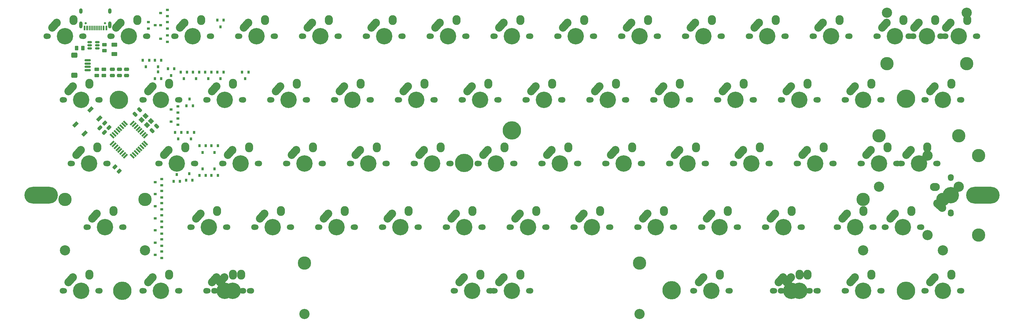
<source format=gbr>
G04 #@! TF.GenerationSoftware,KiCad,Pcbnew,(6.0.4)*
G04 #@! TF.CreationDate,2022-03-30T13:56:44+02:00*
G04 #@! TF.ProjectId,pcb,7063622e-6b69-4636-9164-5f7063625858,rev?*
G04 #@! TF.SameCoordinates,Original*
G04 #@! TF.FileFunction,Soldermask,Bot*
G04 #@! TF.FilePolarity,Negative*
%FSLAX46Y46*%
G04 Gerber Fmt 4.6, Leading zero omitted, Abs format (unit mm)*
G04 Created by KiCad (PCBNEW (6.0.4)) date 2022-03-30 13:56:44*
%MOMM*%
%LPD*%
G01*
G04 APERTURE LIST*
G04 Aperture macros list*
%AMRoundRect*
0 Rectangle with rounded corners*
0 $1 Rounding radius*
0 $2 $3 $4 $5 $6 $7 $8 $9 X,Y pos of 4 corners*
0 Add a 4 corners polygon primitive as box body*
4,1,4,$2,$3,$4,$5,$6,$7,$8,$9,$2,$3,0*
0 Add four circle primitives for the rounded corners*
1,1,$1+$1,$2,$3*
1,1,$1+$1,$4,$5*
1,1,$1+$1,$6,$7*
1,1,$1+$1,$8,$9*
0 Add four rect primitives between the rounded corners*
20,1,$1+$1,$2,$3,$4,$5,0*
20,1,$1+$1,$4,$5,$6,$7,0*
20,1,$1+$1,$6,$7,$8,$9,0*
20,1,$1+$1,$8,$9,$2,$3,0*%
%AMHorizOval*
0 Thick line with rounded ends*
0 $1 width*
0 $2 $3 position (X,Y) of the first rounded end (center of the circle)*
0 $4 $5 position (X,Y) of the second rounded end (center of the circle)*
0 Add line between two ends*
20,1,$1,$2,$3,$4,$5,0*
0 Add two circle primitives to create the rounded ends*
1,1,$1,$2,$3*
1,1,$1,$4,$5*%
%AMRotRect*
0 Rectangle, with rotation*
0 The origin of the aperture is its center*
0 $1 length*
0 $2 width*
0 $3 Rotation angle, in degrees counterclockwise*
0 Add horizontal line*
21,1,$1,$2,0,0,$3*%
G04 Aperture macros list end*
%ADD10O,10.000000X5.000000*%
%ADD11C,5.500000*%
%ADD12C,1.700000*%
%ADD13C,1.800000*%
%ADD14C,4.900000*%
%ADD15C,2.400000*%
%ADD16HorizOval,2.400000X-0.669131X-0.743145X0.669131X0.743145X0*%
%ADD17O,2.400000X2.950000*%
%ADD18C,3.048000*%
%ADD19C,3.987800*%
%ADD20HorizOval,2.400000X-0.743145X0.669131X0.743145X-0.669131X0*%
%ADD21O,2.950000X2.400000*%
%ADD22R,0.800000X0.900000*%
%ADD23R,0.900000X0.800000*%
%ADD24RoundRect,0.250000X0.475000X-0.250000X0.475000X0.250000X-0.475000X0.250000X-0.475000X-0.250000X0*%
%ADD25RoundRect,0.250000X0.159099X-0.512652X0.512652X-0.159099X-0.159099X0.512652X-0.512652X0.159099X0*%
%ADD26RoundRect,0.250000X0.503814X0.132583X0.132583X0.503814X-0.503814X-0.132583X-0.132583X-0.503814X0*%
%ADD27RoundRect,0.250000X0.262500X0.450000X-0.262500X0.450000X-0.262500X-0.450000X0.262500X-0.450000X0*%
%ADD28RoundRect,0.250000X-0.450000X0.262500X-0.450000X-0.262500X0.450000X-0.262500X0.450000X0.262500X0*%
%ADD29RoundRect,0.250000X0.512652X0.159099X0.159099X0.512652X-0.512652X-0.159099X-0.159099X-0.512652X0*%
%ADD30RotRect,1.600000X0.550000X225.000000*%
%ADD31RotRect,1.600000X0.550000X135.000000*%
%ADD32RotRect,1.400000X1.200000X315.000000*%
%ADD33RoundRect,0.150000X0.775000X-0.150000X0.775000X0.150000X-0.775000X0.150000X-0.775000X-0.150000X0*%
%ADD34RoundRect,0.332800X0.567200X-0.467200X0.567200X0.467200X-0.567200X0.467200X-0.567200X-0.467200X0*%
%ADD35RoundRect,0.150000X0.512500X0.150000X-0.512500X0.150000X-0.512500X-0.150000X0.512500X-0.150000X0*%
%ADD36RoundRect,0.250000X-0.625000X0.375000X-0.625000X-0.375000X0.625000X-0.375000X0.625000X0.375000X0*%
%ADD37C,0.650000*%
%ADD38R,0.600000X1.450000*%
%ADD39R,0.300000X1.450000*%
%ADD40O,1.000000X2.100000*%
%ADD41O,1.000000X1.600000*%
%ADD42RotRect,1.700000X1.000000X225.000000*%
%ADD43RoundRect,0.250000X-0.159099X0.512652X-0.512652X0.159099X0.159099X-0.512652X0.512652X-0.159099X0*%
G04 APERTURE END LIST*
D10*
X2381252Y-57125000D03*
X283368988Y-57125000D03*
D11*
X26625000Y-85725072D03*
X142875000Y-37750000D03*
X260430000Y-85725072D03*
X260425000Y-28227050D03*
X25600000Y-28575024D03*
X128587608Y-47425040D03*
X190500160Y-85525000D03*
D12*
X128270000Y-28575000D03*
D13*
X138850000Y-28575000D03*
D12*
X138430000Y-28575000D03*
D13*
X127850000Y-28575000D03*
D14*
X133350000Y-28575000D03*
D15*
X130850000Y-24575000D03*
D16*
X130219131Y-25281855D03*
D17*
X135850000Y-23775000D03*
D12*
X147955000Y-9525000D03*
D13*
X137375000Y-9525000D03*
D12*
X137795000Y-9525000D03*
D13*
X148375000Y-9525000D03*
D14*
X142875000Y-9525000D03*
D15*
X140375000Y-5525000D03*
D16*
X139744131Y-6231855D03*
D17*
X145375000Y-4725000D03*
D18*
X266858750Y-69056250D03*
X266858750Y-45243750D03*
D19*
X282098750Y-45243750D03*
X282098750Y-69056250D03*
D14*
X61912500Y-47625000D03*
D13*
X56412500Y-47625000D03*
D12*
X56832500Y-47625000D03*
X66992500Y-47625000D03*
D13*
X67412500Y-47625000D03*
D15*
X59412500Y-43625000D03*
D16*
X58781631Y-44331855D03*
D17*
X64412500Y-42825000D03*
D13*
X220718750Y-85725000D03*
D12*
X221138750Y-85725000D03*
X231298750Y-85725000D03*
D14*
X226218750Y-85725000D03*
D13*
X231718750Y-85725000D03*
D16*
X223087881Y-82431855D03*
D15*
X223718750Y-81725000D03*
D17*
X228718750Y-80925000D03*
D12*
X209232500Y-47625000D03*
X219392500Y-47625000D03*
D13*
X219812500Y-47625000D03*
D14*
X214312500Y-47625000D03*
D13*
X208812500Y-47625000D03*
D15*
X211812500Y-43625000D03*
D16*
X211181631Y-44331855D03*
D17*
X216812500Y-42825000D03*
D12*
X16351250Y-66675000D03*
D13*
X15931250Y-66675000D03*
D14*
X21431250Y-66675000D03*
D12*
X26511250Y-66675000D03*
D13*
X26931250Y-66675000D03*
D16*
X18300381Y-63381855D03*
D15*
X18931250Y-62675000D03*
D17*
X23931250Y-61875000D03*
D13*
X242150000Y-85725000D03*
D12*
X252730000Y-85725000D03*
X242570000Y-85725000D03*
D14*
X247650000Y-85725000D03*
D13*
X253150000Y-85725000D03*
D15*
X245150000Y-81725000D03*
D16*
X244519131Y-82431855D03*
D17*
X250150000Y-80925000D03*
D14*
X233362500Y-47625000D03*
D13*
X227862500Y-47625000D03*
D12*
X238442500Y-47625000D03*
X228282500Y-47625000D03*
D13*
X238862500Y-47625000D03*
D16*
X230231631Y-44331855D03*
D15*
X230862500Y-43625000D03*
D17*
X235862500Y-42825000D03*
D13*
X180237500Y-66675000D03*
D14*
X185737500Y-66675000D03*
D13*
X191237500Y-66675000D03*
D12*
X180657500Y-66675000D03*
X190817500Y-66675000D03*
D16*
X182606631Y-63381855D03*
D15*
X183237500Y-62675000D03*
D17*
X188237500Y-61875000D03*
D13*
X246912500Y-47625000D03*
X257912500Y-47625000D03*
D14*
X252412500Y-47625000D03*
D12*
X257492500Y-47625000D03*
X247332500Y-47625000D03*
D16*
X249281631Y-44331855D03*
D15*
X249912500Y-43625000D03*
D17*
X254912500Y-42825000D03*
D12*
X104457500Y-66675000D03*
D13*
X104037500Y-66675000D03*
D12*
X114617500Y-66675000D03*
D14*
X109537500Y-66675000D03*
D13*
X115037500Y-66675000D03*
D15*
X107037500Y-62675000D03*
D16*
X106406631Y-63381855D03*
D17*
X112037500Y-61875000D03*
D18*
X254793750Y-2540000D03*
X278606250Y-2540000D03*
D19*
X278606250Y-17780000D03*
X254793750Y-17780000D03*
D12*
X190182500Y-47625000D03*
D13*
X189762500Y-47625000D03*
D14*
X195262500Y-47625000D03*
D13*
X200762500Y-47625000D03*
D12*
X200342500Y-47625000D03*
D15*
X192762500Y-43625000D03*
D16*
X192131631Y-44331855D03*
D17*
X197762500Y-42825000D03*
D13*
X270725000Y-9525000D03*
X281725000Y-9525000D03*
D12*
X271145000Y-9525000D03*
D14*
X276225000Y-9525000D03*
D12*
X281305000Y-9525000D03*
D15*
X273725000Y-5525000D03*
D16*
X273094131Y-6231855D03*
D17*
X278725000Y-4725000D03*
D12*
X252730000Y-28575000D03*
D13*
X253150000Y-28575000D03*
D14*
X247650000Y-28575000D03*
D13*
X242150000Y-28575000D03*
D12*
X242570000Y-28575000D03*
D16*
X244519131Y-25281855D03*
D15*
X245150000Y-24575000D03*
D17*
X250150000Y-23775000D03*
D13*
X123087500Y-66675000D03*
D14*
X128587500Y-66675000D03*
D12*
X133667500Y-66675000D03*
D13*
X134087500Y-66675000D03*
D12*
X123507500Y-66675000D03*
D15*
X126087500Y-62675000D03*
D16*
X125456631Y-63381855D03*
D17*
X131087500Y-61875000D03*
D12*
X233680000Y-85725000D03*
D13*
X223100000Y-85725000D03*
X234100000Y-85725000D03*
D12*
X223520000Y-85725000D03*
D14*
X228600000Y-85725000D03*
D16*
X225469131Y-82431855D03*
D15*
X226100000Y-81725000D03*
D17*
X231100000Y-80925000D03*
D13*
X113562500Y-47625000D03*
D12*
X124142500Y-47625000D03*
D14*
X119062500Y-47625000D03*
D13*
X124562500Y-47625000D03*
D12*
X113982500Y-47625000D03*
D15*
X116562500Y-43625000D03*
D16*
X115931631Y-44331855D03*
D17*
X121562500Y-42825000D03*
D13*
X213575000Y-9525000D03*
D12*
X213995000Y-9525000D03*
X224155000Y-9525000D03*
D14*
X219075000Y-9525000D03*
D13*
X224575000Y-9525000D03*
D15*
X216575000Y-5525000D03*
D16*
X215944131Y-6231855D03*
D17*
X221575000Y-4725000D03*
D13*
X11168750Y-47625000D03*
X22168750Y-47625000D03*
D14*
X16668750Y-47625000D03*
D12*
X21748750Y-47625000D03*
X11588750Y-47625000D03*
D15*
X14168750Y-43625000D03*
D16*
X13537881Y-44331855D03*
D17*
X19168750Y-42825000D03*
D12*
X66357500Y-66675000D03*
D14*
X71437500Y-66675000D03*
D12*
X76517500Y-66675000D03*
D13*
X65937500Y-66675000D03*
X76937500Y-66675000D03*
D15*
X68937500Y-62675000D03*
D16*
X68306631Y-63381855D03*
D17*
X73937500Y-61875000D03*
D13*
X151662500Y-47625000D03*
D12*
X152082500Y-47625000D03*
D13*
X162662500Y-47625000D03*
D14*
X157162500Y-47625000D03*
D12*
X162242500Y-47625000D03*
D15*
X154662500Y-43625000D03*
D16*
X154031631Y-44331855D03*
D17*
X159662500Y-42825000D03*
D14*
X245268750Y-66675000D03*
D13*
X239768750Y-66675000D03*
D12*
X250348750Y-66675000D03*
X240188750Y-66675000D03*
D13*
X250768750Y-66675000D03*
D15*
X242768750Y-62675000D03*
D16*
X242137881Y-63381855D03*
D17*
X247768750Y-61875000D03*
D12*
X81280000Y-28575000D03*
D14*
X76200000Y-28575000D03*
D13*
X81700000Y-28575000D03*
D12*
X71120000Y-28575000D03*
D13*
X70700000Y-28575000D03*
D16*
X73069131Y-25281855D03*
D15*
X73700000Y-24575000D03*
D17*
X78700000Y-23775000D03*
D14*
X271462500Y-85725000D03*
D12*
X276542500Y-85725000D03*
X266382500Y-85725000D03*
D13*
X276962500Y-85725000D03*
X265962500Y-85725000D03*
D16*
X268331631Y-82431855D03*
D15*
X268962500Y-81725000D03*
D17*
X273962500Y-80925000D03*
D14*
X259556250Y-66675000D03*
D13*
X254056250Y-66675000D03*
D12*
X264636250Y-66675000D03*
X254476250Y-66675000D03*
D13*
X265056250Y-66675000D03*
D15*
X257056250Y-62675000D03*
D16*
X256425381Y-63381855D03*
D17*
X262056250Y-61875000D03*
D13*
X276962500Y-28575000D03*
X265962500Y-28575000D03*
D12*
X266382500Y-28575000D03*
D14*
X271462500Y-28575000D03*
D12*
X276542500Y-28575000D03*
D16*
X268331631Y-25281855D03*
D15*
X268962500Y-24575000D03*
D17*
X273962500Y-23775000D03*
D13*
X234100000Y-28575000D03*
X223100000Y-28575000D03*
D12*
X223520000Y-28575000D03*
X233680000Y-28575000D03*
D14*
X228600000Y-28575000D03*
D16*
X225469131Y-25281855D03*
D15*
X226100000Y-24575000D03*
D17*
X231100000Y-23775000D03*
D19*
X252412500Y-39370000D03*
X276225000Y-39370000D03*
D18*
X276225000Y-54610000D03*
X252412500Y-54610000D03*
D13*
X23075000Y-9525000D03*
D14*
X28575000Y-9525000D03*
D12*
X33655000Y-9525000D03*
D13*
X34075000Y-9525000D03*
D12*
X23495000Y-9525000D03*
D15*
X26075000Y-5525000D03*
D16*
X25444131Y-6231855D03*
D17*
X31075000Y-4725000D03*
D14*
X204787500Y-66675000D03*
D13*
X210287500Y-66675000D03*
D12*
X209867500Y-66675000D03*
D13*
X199287500Y-66675000D03*
D12*
X199707500Y-66675000D03*
D15*
X202287500Y-62675000D03*
D16*
X201656631Y-63381855D03*
D17*
X207287500Y-61875000D03*
D13*
X258818750Y-47625000D03*
D12*
X259238750Y-47625000D03*
X269398750Y-47625000D03*
D13*
X269818750Y-47625000D03*
D14*
X264318750Y-47625000D03*
D15*
X261818750Y-43625000D03*
D16*
X261187881Y-44331855D03*
D17*
X266818750Y-42825000D03*
D13*
X89750000Y-28575000D03*
X100750000Y-28575000D03*
D12*
X90170000Y-28575000D03*
X100330000Y-28575000D03*
D14*
X95250000Y-28575000D03*
D15*
X92750000Y-24575000D03*
D16*
X92119131Y-25281855D03*
D17*
X97750000Y-23775000D03*
D13*
X125468750Y-85725000D03*
D12*
X125888750Y-85725000D03*
D14*
X130968750Y-85725000D03*
D13*
X136468750Y-85725000D03*
D12*
X136048750Y-85725000D03*
D16*
X127837881Y-82431855D03*
D15*
X128468750Y-81725000D03*
D17*
X133468750Y-80925000D03*
D13*
X51650000Y-28575000D03*
X62650000Y-28575000D03*
D12*
X52070000Y-28575000D03*
D14*
X57150000Y-28575000D03*
D12*
X62230000Y-28575000D03*
D16*
X54019131Y-25281855D03*
D15*
X54650000Y-24575000D03*
D17*
X59650000Y-23775000D03*
D14*
X100012500Y-47625000D03*
D12*
X94932500Y-47625000D03*
X105092500Y-47625000D03*
D13*
X94512500Y-47625000D03*
X105512500Y-47625000D03*
D15*
X97512500Y-43625000D03*
D16*
X96881631Y-44331855D03*
D17*
X102512500Y-42825000D03*
D13*
X181712500Y-47625000D03*
X170712500Y-47625000D03*
D14*
X176212500Y-47625000D03*
D12*
X171132500Y-47625000D03*
X181292500Y-47625000D03*
D16*
X173081631Y-44331855D03*
D15*
X173712500Y-43625000D03*
D17*
X178712500Y-42825000D03*
D12*
X142557500Y-66675000D03*
D13*
X142137500Y-66675000D03*
D12*
X152717500Y-66675000D03*
D13*
X153137500Y-66675000D03*
D14*
X147637500Y-66675000D03*
D16*
X144506631Y-63381855D03*
D15*
X145137500Y-62675000D03*
D17*
X150137500Y-61875000D03*
D12*
X90805000Y-9525000D03*
D13*
X80225000Y-9525000D03*
D12*
X80645000Y-9525000D03*
D14*
X85725000Y-9525000D03*
D13*
X91225000Y-9525000D03*
D15*
X83225000Y-5525000D03*
D16*
X82594131Y-6231855D03*
D17*
X88225000Y-4725000D03*
D12*
X133032500Y-47625000D03*
D13*
X143612500Y-47625000D03*
D14*
X138112500Y-47625000D03*
D12*
X143192500Y-47625000D03*
D13*
X132612500Y-47625000D03*
D16*
X134981631Y-44331855D03*
D15*
X135612500Y-43625000D03*
D17*
X140612500Y-42825000D03*
D12*
X171767500Y-66675000D03*
D13*
X172187500Y-66675000D03*
X161187500Y-66675000D03*
D14*
X166687500Y-66675000D03*
D12*
X161607500Y-66675000D03*
D16*
X163556631Y-63381855D03*
D15*
X164187500Y-62675000D03*
D17*
X169187500Y-61875000D03*
D12*
X195580000Y-28575000D03*
D13*
X196000000Y-28575000D03*
D12*
X185420000Y-28575000D03*
D13*
X185000000Y-28575000D03*
D14*
X190500000Y-28575000D03*
D16*
X187369131Y-25281855D03*
D15*
X188000000Y-24575000D03*
D17*
X193000000Y-23775000D03*
D12*
X37782500Y-47625000D03*
D13*
X48362500Y-47625000D03*
D14*
X42862500Y-47625000D03*
D12*
X47942500Y-47625000D03*
D13*
X37362500Y-47625000D03*
D16*
X39731631Y-44331855D03*
D15*
X40362500Y-43625000D03*
D17*
X45362500Y-42825000D03*
D13*
X75462500Y-47625000D03*
D14*
X80962500Y-47625000D03*
D12*
X75882500Y-47625000D03*
X86042500Y-47625000D03*
D13*
X86462500Y-47625000D03*
D15*
X78462500Y-43625000D03*
D16*
X77831631Y-44331855D03*
D17*
X83462500Y-42825000D03*
D12*
X205105000Y-9525000D03*
X194945000Y-9525000D03*
D13*
X205525000Y-9525000D03*
X194525000Y-9525000D03*
D14*
X200025000Y-9525000D03*
D16*
X196894131Y-6231855D03*
D15*
X197525000Y-5525000D03*
D17*
X202525000Y-4725000D03*
D12*
X186055000Y-9525000D03*
D13*
X186475000Y-9525000D03*
X175475000Y-9525000D03*
D12*
X175895000Y-9525000D03*
D14*
X180975000Y-9525000D03*
D15*
X178475000Y-5525000D03*
D16*
X177844131Y-6231855D03*
D17*
X183475000Y-4725000D03*
D14*
X266700000Y-9525000D03*
D12*
X261620000Y-9525000D03*
D13*
X261200000Y-9525000D03*
X272200000Y-9525000D03*
D12*
X271780000Y-9525000D03*
D15*
X264200000Y-5525000D03*
D16*
X263569131Y-6231855D03*
D17*
X269200000Y-4725000D03*
D12*
X61595000Y-9525000D03*
D13*
X61175000Y-9525000D03*
D14*
X66675000Y-9525000D03*
D13*
X72175000Y-9525000D03*
D12*
X71755000Y-9525000D03*
D15*
X64175000Y-5525000D03*
D16*
X63544131Y-6231855D03*
D17*
X69175000Y-4725000D03*
D13*
X84987500Y-66675000D03*
D14*
X90487500Y-66675000D03*
D13*
X95987500Y-66675000D03*
D12*
X85407500Y-66675000D03*
X95567500Y-66675000D03*
D15*
X87987500Y-62675000D03*
D16*
X87356631Y-63381855D03*
D17*
X92987500Y-61875000D03*
D13*
X43600000Y-85725000D03*
X32600000Y-85725000D03*
D12*
X33020000Y-85725000D03*
X43180000Y-85725000D03*
D14*
X38100000Y-85725000D03*
D16*
X34969131Y-82431855D03*
D15*
X35600000Y-81725000D03*
D17*
X40600000Y-80925000D03*
D12*
X252095000Y-9525000D03*
D13*
X262675000Y-9525000D03*
D12*
X262255000Y-9525000D03*
D13*
X251675000Y-9525000D03*
D14*
X257175000Y-9525000D03*
D15*
X254675000Y-5525000D03*
D16*
X254044131Y-6231855D03*
D17*
X259675000Y-4725000D03*
D13*
X176950000Y-28575000D03*
D14*
X171450000Y-28575000D03*
D13*
X165950000Y-28575000D03*
D12*
X176530000Y-28575000D03*
X166370000Y-28575000D03*
D15*
X168950000Y-24575000D03*
D16*
X168319131Y-25281855D03*
D17*
X173950000Y-23775000D03*
D14*
X142875000Y-85725000D03*
D13*
X137375000Y-85725000D03*
D12*
X147955000Y-85725000D03*
X137795000Y-85725000D03*
D13*
X148375000Y-85725000D03*
D16*
X139744131Y-82431855D03*
D15*
X140375000Y-81725000D03*
D17*
X145375000Y-80925000D03*
D13*
X207906250Y-85725000D03*
X196906250Y-85725000D03*
D12*
X197326250Y-85725000D03*
X207486250Y-85725000D03*
D14*
X202406250Y-85725000D03*
D15*
X199906250Y-81725000D03*
D16*
X199275381Y-82431855D03*
D17*
X204906250Y-80925000D03*
D12*
X52070000Y-85725000D03*
D13*
X51650000Y-85725000D03*
X62650000Y-85725000D03*
D14*
X57150000Y-85725000D03*
D12*
X62230000Y-85725000D03*
D16*
X54019131Y-82431855D03*
D15*
X54650000Y-81725000D03*
D17*
X59650000Y-80925000D03*
D18*
X247650000Y-73660000D03*
D19*
X271462500Y-58420000D03*
X247650000Y-58420000D03*
D18*
X271462500Y-73660000D03*
D14*
X273843750Y-57150000D03*
D12*
X273843750Y-62230000D03*
X273843750Y-52070000D03*
D13*
X273843750Y-51650000D03*
X273843750Y-62650000D03*
D15*
X269843750Y-59650000D03*
D20*
X270550605Y-60280869D03*
D21*
X269043750Y-54650000D03*
D13*
X119800000Y-28575000D03*
D12*
X119380000Y-28575000D03*
X109220000Y-28575000D03*
D14*
X114300000Y-28575000D03*
D13*
X108800000Y-28575000D03*
D15*
X111800000Y-24575000D03*
D16*
X111169131Y-25281855D03*
D17*
X116800000Y-23775000D03*
D12*
X109855000Y-9525000D03*
X99695000Y-9525000D03*
D13*
X99275000Y-9525000D03*
D14*
X104775000Y-9525000D03*
D13*
X110275000Y-9525000D03*
D15*
X102275000Y-5525000D03*
D16*
X101644131Y-6231855D03*
D17*
X107275000Y-4725000D03*
D14*
X38100000Y-28575000D03*
D13*
X43600000Y-28575000D03*
D12*
X33020000Y-28575000D03*
D13*
X32600000Y-28575000D03*
D12*
X43180000Y-28575000D03*
D16*
X34969131Y-25281855D03*
D15*
X35600000Y-24575000D03*
D17*
X40600000Y-23775000D03*
D14*
X123825000Y-9525000D03*
D12*
X118745000Y-9525000D03*
D13*
X129325000Y-9525000D03*
X118325000Y-9525000D03*
D12*
X128905000Y-9525000D03*
D16*
X120694131Y-6231855D03*
D15*
X121325000Y-5525000D03*
D17*
X126325000Y-4725000D03*
D13*
X204050000Y-28575000D03*
D12*
X204470000Y-28575000D03*
D14*
X209550000Y-28575000D03*
D13*
X215050000Y-28575000D03*
D12*
X214630000Y-28575000D03*
D15*
X207050000Y-24575000D03*
D16*
X206419131Y-25281855D03*
D17*
X212050000Y-23775000D03*
D19*
X180975000Y-77470000D03*
D18*
X80962500Y-92710000D03*
X180975000Y-92710000D03*
D19*
X80962500Y-77470000D03*
D12*
X52705000Y-9525000D03*
D13*
X53125000Y-9525000D03*
D14*
X47625000Y-9525000D03*
D12*
X42545000Y-9525000D03*
D13*
X42125000Y-9525000D03*
D15*
X45125000Y-5525000D03*
D16*
X44494131Y-6231855D03*
D17*
X50125000Y-4725000D03*
D12*
X9207500Y-28575000D03*
X19367500Y-28575000D03*
D13*
X19787500Y-28575000D03*
X8787500Y-28575000D03*
D14*
X14287500Y-28575000D03*
D16*
X11156631Y-25281855D03*
D15*
X11787500Y-24575000D03*
D17*
X16787500Y-23775000D03*
D13*
X4025000Y-9525000D03*
D12*
X14605000Y-9525000D03*
D14*
X9525000Y-9525000D03*
D12*
X4445000Y-9525000D03*
D13*
X15025000Y-9525000D03*
D16*
X6394131Y-6231855D03*
D15*
X7025000Y-5525000D03*
D17*
X12025000Y-4725000D03*
D18*
X9525000Y-73660000D03*
D19*
X33337500Y-58420000D03*
X9525000Y-58420000D03*
D18*
X33337500Y-73660000D03*
D13*
X167425000Y-9525000D03*
D12*
X156845000Y-9525000D03*
D14*
X161925000Y-9525000D03*
D13*
X156425000Y-9525000D03*
D12*
X167005000Y-9525000D03*
D15*
X159425000Y-5525000D03*
D16*
X158794131Y-6231855D03*
D17*
X164425000Y-4725000D03*
D12*
X218757500Y-66675000D03*
X228917500Y-66675000D03*
D13*
X229337500Y-66675000D03*
X218337500Y-66675000D03*
D14*
X223837500Y-66675000D03*
D16*
X220706631Y-63381855D03*
D15*
X221337500Y-62675000D03*
D17*
X226337500Y-61875000D03*
D13*
X243625000Y-9525000D03*
X232625000Y-9525000D03*
D14*
X238125000Y-9525000D03*
D12*
X233045000Y-9525000D03*
X243205000Y-9525000D03*
D16*
X234994131Y-6231855D03*
D15*
X235625000Y-5525000D03*
D17*
X240625000Y-4725000D03*
D12*
X157480000Y-28575000D03*
X147320000Y-28575000D03*
D13*
X157900000Y-28575000D03*
X146900000Y-28575000D03*
D14*
X152400000Y-28575000D03*
D16*
X149269131Y-25281855D03*
D15*
X149900000Y-24575000D03*
D17*
X154900000Y-23775000D03*
D13*
X65031250Y-85725000D03*
D14*
X59531250Y-85725000D03*
D12*
X64611250Y-85725000D03*
D13*
X54031250Y-85725000D03*
D12*
X54451250Y-85725000D03*
D15*
X57031250Y-81725000D03*
D16*
X56400381Y-82431855D03*
D17*
X62031250Y-80925000D03*
D12*
X19367500Y-85725000D03*
X9207500Y-85725000D03*
D14*
X14287500Y-85725000D03*
D13*
X8787500Y-85725000D03*
X19787500Y-85725000D03*
D15*
X11787500Y-81725000D03*
D16*
X11156631Y-82431855D03*
D17*
X16787500Y-80925000D03*
D12*
X47307500Y-66675000D03*
D14*
X52387500Y-66675000D03*
D13*
X46887500Y-66675000D03*
X57887500Y-66675000D03*
D12*
X57467500Y-66675000D03*
D16*
X49256631Y-63381855D03*
D15*
X49887500Y-62675000D03*
D17*
X54887500Y-61875000D03*
D22*
X47550000Y-52650000D03*
X45650000Y-52650000D03*
X46600000Y-50650000D03*
D23*
X38400000Y-55850000D03*
X38400000Y-57750000D03*
X36400000Y-56800000D03*
D22*
X43800000Y-52950000D03*
X41900000Y-52950000D03*
X42850000Y-50950000D03*
D24*
X23650000Y-21300000D03*
X23650000Y-19400000D03*
D22*
X51300000Y-20250000D03*
X53200000Y-20250000D03*
X52250000Y-22250000D03*
D25*
X30428249Y-32921751D03*
X31771751Y-31578249D03*
D22*
X36300000Y-16700000D03*
X38200000Y-16700000D03*
X37250000Y-18700000D03*
D26*
X22645235Y-36845235D03*
X21354765Y-35554765D03*
D22*
X32700000Y-16700000D03*
X34600000Y-16700000D03*
X33650000Y-18700000D03*
D23*
X40050000Y-9300000D03*
X40050000Y-11200000D03*
X38050000Y-10250000D03*
X38400000Y-52250000D03*
X38400000Y-54150000D03*
X36400000Y-53200000D03*
D22*
X46100000Y-38300000D03*
X48000000Y-38300000D03*
X47050000Y-40300000D03*
X53200000Y-42300000D03*
X55100000Y-42300000D03*
X54150000Y-44300000D03*
D27*
X14812500Y-13050000D03*
X12987500Y-13050000D03*
D28*
X19000000Y-19437500D03*
X19000000Y-21262500D03*
D23*
X40050000Y-5300000D03*
X40050000Y-7200000D03*
X38050000Y-6250000D03*
D29*
X21221751Y-38321751D03*
X19878249Y-36978249D03*
D30*
X29600305Y-35496147D03*
X30165990Y-36061833D03*
X30731676Y-36627518D03*
X31297361Y-37193203D03*
X31863047Y-37758889D03*
X32428732Y-38324574D03*
X32994417Y-38890260D03*
X33560103Y-39455945D03*
D31*
X33560103Y-41506555D03*
X32994417Y-42072240D03*
X32428732Y-42637926D03*
X31863047Y-43203611D03*
X31297361Y-43769297D03*
X30731676Y-44334982D03*
X30165990Y-44900667D03*
X29600305Y-45466353D03*
D30*
X27549695Y-45466353D03*
X26984010Y-44900667D03*
X26418324Y-44334982D03*
X25852639Y-43769297D03*
X25286953Y-43203611D03*
X24721268Y-42637926D03*
X24155583Y-42072240D03*
X23589897Y-41506555D03*
D31*
X23589897Y-39455945D03*
X24155583Y-38890260D03*
X24721268Y-38324574D03*
X25286953Y-37758889D03*
X25852639Y-37193203D03*
X26418324Y-36627518D03*
X26984010Y-36061833D03*
X27549695Y-35496147D03*
D32*
X33573223Y-33371142D03*
X35128858Y-34926777D03*
X33926777Y-36128858D03*
X32371142Y-34573223D03*
D24*
X27850000Y-21300000D03*
X27850000Y-19400000D03*
D33*
X16300000Y-19700000D03*
X16300000Y-18700000D03*
X16300000Y-17700000D03*
X16300000Y-16700000D03*
D34*
X12275000Y-21200000D03*
X12275000Y-15200000D03*
D26*
X25645235Y-49895235D03*
X24354765Y-48604765D03*
D22*
X47650000Y-20250000D03*
X49550000Y-20250000D03*
X48600000Y-22250000D03*
D23*
X43200000Y-34150000D03*
X43200000Y-36050000D03*
X41200000Y-35100000D03*
D22*
X51500000Y-51200000D03*
X49600000Y-51200000D03*
X50550000Y-49200000D03*
D23*
X38400000Y-70350000D03*
X38400000Y-72250000D03*
X36400000Y-71300000D03*
X43200000Y-30500000D03*
X43200000Y-32400000D03*
X41200000Y-31450000D03*
D24*
X25750000Y-21300000D03*
X25750000Y-19400000D03*
D22*
X54950000Y-4700000D03*
X56850000Y-4700000D03*
X55900000Y-6700000D03*
X38200000Y-22200000D03*
X36300000Y-22200000D03*
X37250000Y-20200000D03*
D28*
X21300000Y-12037500D03*
X21300000Y-13862500D03*
D35*
X19112980Y-11266500D03*
X19112980Y-12216500D03*
X19112980Y-13166500D03*
X16837980Y-13166500D03*
X16837980Y-12216500D03*
X16837980Y-11266500D03*
D28*
X21100000Y-19437500D03*
X21100000Y-21262500D03*
D36*
X24250000Y-12050000D03*
X24250000Y-14850000D03*
D22*
X49600000Y-42300000D03*
X51500000Y-42300000D03*
X50550000Y-44300000D03*
D23*
X38400000Y-66700000D03*
X38400000Y-68600000D03*
X36400000Y-67650000D03*
X38400000Y-74000000D03*
X38400000Y-75900000D03*
X36400000Y-74950000D03*
D22*
X44000000Y-20250000D03*
X45900000Y-20250000D03*
X44950000Y-22250000D03*
D23*
X38400000Y-63100000D03*
X38400000Y-65000000D03*
X36400000Y-64050000D03*
X40050000Y-1650000D03*
X40050000Y-3550000D03*
X38050000Y-2600000D03*
X38400000Y-59450000D03*
X38400000Y-61350000D03*
X36400000Y-60400000D03*
D22*
X40200000Y-19300000D03*
X42100000Y-19300000D03*
X41150000Y-21300000D03*
D37*
X21455000Y-5635000D03*
X15675000Y-5635000D03*
D38*
X15315000Y-7080000D03*
X16115000Y-7080000D03*
D39*
X17315000Y-7080000D03*
X18315000Y-7080000D03*
X18815000Y-7080000D03*
X19815000Y-7080000D03*
D38*
X21015000Y-7080000D03*
X21815000Y-7080000D03*
X21815000Y-7080000D03*
X21015000Y-7080000D03*
D39*
X20315000Y-7080000D03*
X19315000Y-7080000D03*
X17815000Y-7080000D03*
X16815000Y-7080000D03*
D38*
X16115000Y-7080000D03*
X15315000Y-7080000D03*
D40*
X22885000Y-6165000D03*
D41*
X22885000Y-1985000D03*
X14245000Y-1985000D03*
D40*
X14245000Y-6165000D03*
D22*
X47650000Y-30350000D03*
X45750000Y-30350000D03*
X46700000Y-28350000D03*
D23*
X34400000Y-7200000D03*
X34400000Y-5300000D03*
X36400000Y-6250000D03*
D42*
X17083883Y-31479111D03*
X12629111Y-35933883D03*
X19770889Y-34166117D03*
X15316117Y-38620889D03*
D22*
X54950000Y-20250000D03*
X56850000Y-20250000D03*
X55900000Y-22250000D03*
D43*
X36821751Y-36478249D03*
X35478249Y-37821751D03*
D22*
X42350000Y-38300000D03*
X44250000Y-38300000D03*
X43300000Y-40300000D03*
X55100000Y-51200000D03*
X53200000Y-51200000D03*
X54150000Y-49200000D03*
X62350000Y-20250000D03*
X64250000Y-20250000D03*
X63300000Y-22250000D03*
M02*

</source>
